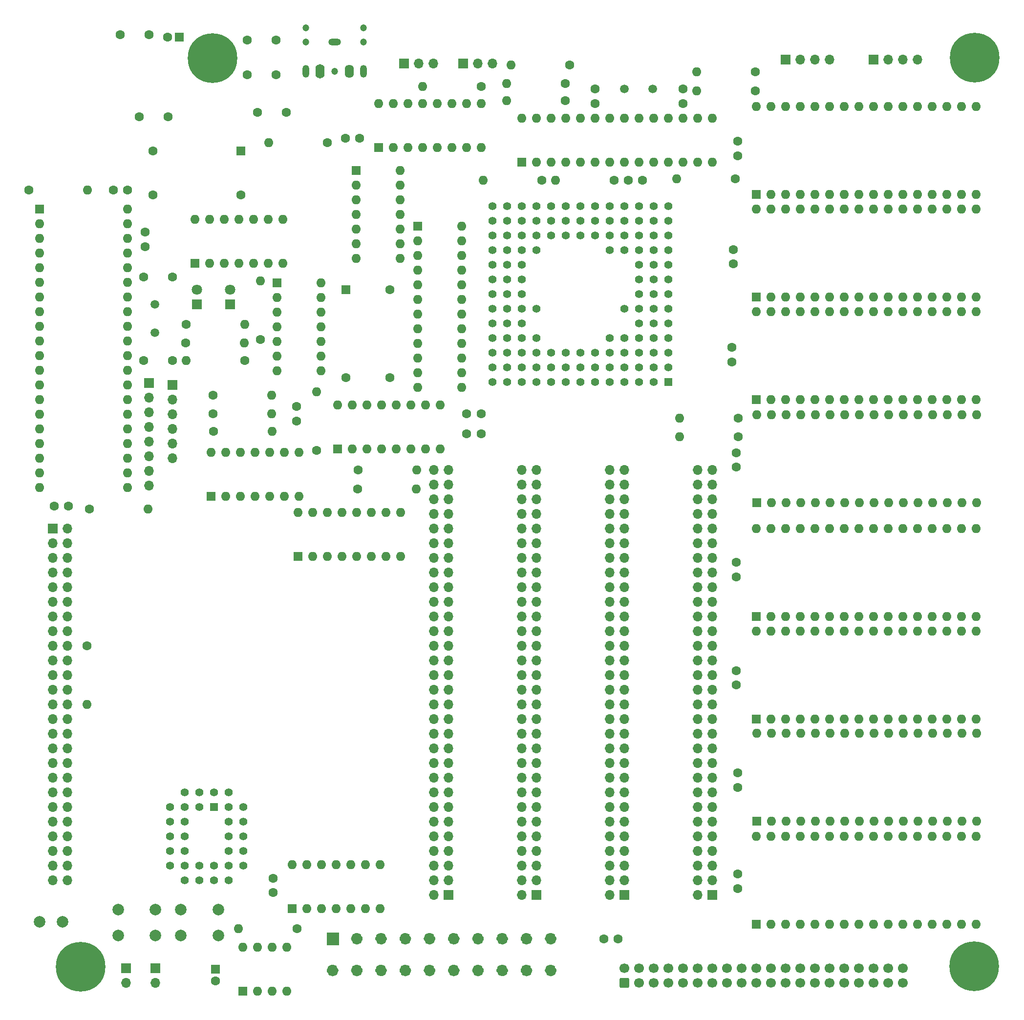
<source format=gbs>
%TF.GenerationSoftware,KiCad,Pcbnew,7.0.10*%
%TF.CreationDate,2024-01-19T17:16:02+02:00*%
%TF.ProjectId,jox030,6a6f7830-3330-42e6-9b69-6361645f7063,rev?*%
%TF.SameCoordinates,Original*%
%TF.FileFunction,Soldermask,Bot*%
%TF.FilePolarity,Negative*%
%FSLAX46Y46*%
G04 Gerber Fmt 4.6, Leading zero omitted, Abs format (unit mm)*
G04 Created by KiCad (PCBNEW 7.0.10) date 2024-01-19 17:16:02*
%MOMM*%
%LPD*%
G01*
G04 APERTURE LIST*
G04 Aperture macros list*
%AMRoundRect*
0 Rectangle with rounded corners*
0 $1 Rounding radius*
0 $2 $3 $4 $5 $6 $7 $8 $9 X,Y pos of 4 corners*
0 Add a 4 corners polygon primitive as box body*
4,1,4,$2,$3,$4,$5,$6,$7,$8,$9,$2,$3,0*
0 Add four circle primitives for the rounded corners*
1,1,$1+$1,$2,$3*
1,1,$1+$1,$4,$5*
1,1,$1+$1,$6,$7*
1,1,$1+$1,$8,$9*
0 Add four rect primitives between the rounded corners*
20,1,$1+$1,$2,$3,$4,$5,0*
20,1,$1+$1,$4,$5,$6,$7,0*
20,1,$1+$1,$6,$7,$8,$9,0*
20,1,$1+$1,$8,$9,$2,$3,0*%
G04 Aperture macros list end*
%ADD10C,1.026200*%
%ADD11C,0.010000*%
%ADD12C,1.500000*%
%ADD13C,1.600000*%
%ADD14R,1.700000X1.700000*%
%ADD15O,1.700000X1.700000*%
%ADD16R,1.600000X1.600000*%
%ADD17O,1.600000X1.600000*%
%ADD18R,1.397000X1.397000*%
%ADD19C,1.397000*%
%ADD20C,1.200000*%
%ADD21O,1.200000X2.200000*%
%ADD22O,1.600000X2.300000*%
%ADD23O,2.200000X1.200000*%
%ADD24O,1.600000X2.500000*%
%ADD25C,0.900000*%
%ADD26C,8.600000*%
%ADD27RoundRect,0.250000X0.600000X-0.600000X0.600000X0.600000X-0.600000X0.600000X-0.600000X-0.600000X0*%
%ADD28C,1.700000*%
%ADD29R,1.800000X1.800000*%
%ADD30C,1.800000*%
%ADD31C,2.000000*%
%ADD32C,1.422400*%
%ADD33R,1.422400X1.422400*%
G04 APERTURE END LIST*
D10*
%TO.C,J10*%
X69293100Y-178220000D02*
G75*
G03*
X68266900Y-178220000I-513100J0D01*
G01*
X68266900Y-178220000D02*
G75*
G03*
X69293100Y-178220000I513100J0D01*
G01*
X73493100Y-172720000D02*
G75*
G03*
X72466900Y-172720000I-513100J0D01*
G01*
X72466900Y-172720000D02*
G75*
G03*
X73493100Y-172720000I513100J0D01*
G01*
X73493100Y-178220000D02*
G75*
G03*
X72466900Y-178220000I-513100J0D01*
G01*
X72466900Y-178220000D02*
G75*
G03*
X73493100Y-178220000I513100J0D01*
G01*
X77693100Y-172720000D02*
G75*
G03*
X76666900Y-172720000I-513100J0D01*
G01*
X76666900Y-172720000D02*
G75*
G03*
X77693100Y-172720000I513100J0D01*
G01*
X77693100Y-178220000D02*
G75*
G03*
X76666900Y-178220000I-513100J0D01*
G01*
X76666900Y-178220000D02*
G75*
G03*
X77693100Y-178220000I513100J0D01*
G01*
X81893100Y-172720000D02*
G75*
G03*
X80866900Y-172720000I-513100J0D01*
G01*
X80866900Y-172720000D02*
G75*
G03*
X81893100Y-172720000I513100J0D01*
G01*
X81893100Y-178220000D02*
G75*
G03*
X80866900Y-178220000I-513100J0D01*
G01*
X80866900Y-178220000D02*
G75*
G03*
X81893100Y-178220000I513100J0D01*
G01*
X86093100Y-172720000D02*
G75*
G03*
X85066900Y-172720000I-513100J0D01*
G01*
X85066900Y-172720000D02*
G75*
G03*
X86093100Y-172720000I513100J0D01*
G01*
X86093100Y-178220000D02*
G75*
G03*
X85066900Y-178220000I-513100J0D01*
G01*
X85066900Y-178220000D02*
G75*
G03*
X86093100Y-178220000I513100J0D01*
G01*
X90293100Y-172720000D02*
G75*
G03*
X89266900Y-172720000I-513100J0D01*
G01*
X89266900Y-172720000D02*
G75*
G03*
X90293100Y-172720000I513100J0D01*
G01*
X90293100Y-178220000D02*
G75*
G03*
X89266900Y-178220000I-513100J0D01*
G01*
X89266900Y-178220000D02*
G75*
G03*
X90293100Y-178220000I513100J0D01*
G01*
X94493100Y-172720000D02*
G75*
G03*
X93466900Y-172720000I-513100J0D01*
G01*
X93466900Y-172720000D02*
G75*
G03*
X94493100Y-172720000I513100J0D01*
G01*
X94493100Y-178220000D02*
G75*
G03*
X93466900Y-178220000I-513100J0D01*
G01*
X93466900Y-178220000D02*
G75*
G03*
X94493100Y-178220000I513100J0D01*
G01*
X98693100Y-172720000D02*
G75*
G03*
X97666900Y-172720000I-513100J0D01*
G01*
X97666900Y-172720000D02*
G75*
G03*
X98693100Y-172720000I513100J0D01*
G01*
X98693100Y-178220000D02*
G75*
G03*
X97666900Y-178220000I-513100J0D01*
G01*
X97666900Y-178220000D02*
G75*
G03*
X98693100Y-178220000I513100J0D01*
G01*
X102893100Y-172720000D02*
G75*
G03*
X101866900Y-172720000I-513100J0D01*
G01*
X101866900Y-172720000D02*
G75*
G03*
X102893100Y-172720000I513100J0D01*
G01*
X102893100Y-178220000D02*
G75*
G03*
X101866900Y-178220000I-513100J0D01*
G01*
X101866900Y-178220000D02*
G75*
G03*
X102893100Y-178220000I513100J0D01*
G01*
X107093100Y-172720000D02*
G75*
G03*
X106066900Y-172720000I-513100J0D01*
G01*
X106066900Y-172720000D02*
G75*
G03*
X107093100Y-172720000I513100J0D01*
G01*
X107093100Y-178220000D02*
G75*
G03*
X106066900Y-178220000I-513100J0D01*
G01*
X106066900Y-178220000D02*
G75*
G03*
X107093100Y-178220000I513100J0D01*
G01*
D11*
X69806200Y-173746200D02*
X67753800Y-173746200D01*
X67753800Y-171693800D01*
X69806200Y-171693800D01*
X69806200Y-173746200D01*
G36*
X69806200Y-173746200D02*
G01*
X67753800Y-173746200D01*
X67753800Y-171693800D01*
X69806200Y-171693800D01*
X69806200Y-173746200D01*
G37*
%TD*%
D12*
%TO.C,Y1*%
X38000000Y-62800000D03*
X38000000Y-67700000D03*
%TD*%
D13*
%TO.C,C32*%
X20500000Y-97750000D03*
X23000000Y-97750000D03*
%TD*%
D14*
%TO.C,J14*%
X33020000Y-177800000D03*
D15*
X33020000Y-180340000D03*
%TD*%
D16*
%TO.C,U16*%
X18010000Y-46230000D03*
D17*
X18010000Y-48770000D03*
X18010000Y-51310000D03*
X18010000Y-53850000D03*
X18010000Y-56390000D03*
X18010000Y-58930000D03*
X18010000Y-61470000D03*
X18010000Y-64010000D03*
X18010000Y-66550000D03*
X18010000Y-69090000D03*
X18010000Y-71630000D03*
X18010000Y-74170000D03*
X18010000Y-76710000D03*
X18010000Y-79250000D03*
X18010000Y-81790000D03*
X18010000Y-84330000D03*
X18010000Y-86870000D03*
X18010000Y-89410000D03*
X18010000Y-91950000D03*
X18010000Y-94490000D03*
X33250000Y-94490000D03*
X33250000Y-91950000D03*
X33250000Y-89410000D03*
X33250000Y-86870000D03*
X33250000Y-84330000D03*
X33250000Y-81790000D03*
X33250000Y-79250000D03*
X33250000Y-76710000D03*
X33250000Y-74170000D03*
X33250000Y-71630000D03*
X33250000Y-69090000D03*
X33250000Y-66550000D03*
X33250000Y-64010000D03*
X33250000Y-61470000D03*
X33250000Y-58930000D03*
X33250000Y-56390000D03*
X33250000Y-53850000D03*
X33250000Y-51310000D03*
X33250000Y-48770000D03*
X33250000Y-46230000D03*
%TD*%
D16*
%TO.C,U22*%
X83500000Y-49220000D03*
D17*
X83500000Y-51760000D03*
X83500000Y-54300000D03*
X83500000Y-56840000D03*
X83500000Y-59380000D03*
X83500000Y-61920000D03*
X83500000Y-64460000D03*
X83500000Y-67000000D03*
X83500000Y-69540000D03*
X83500000Y-72080000D03*
X83500000Y-74620000D03*
X83500000Y-77160000D03*
X91120000Y-77160000D03*
X91120000Y-74620000D03*
X91120000Y-72080000D03*
X91120000Y-69540000D03*
X91120000Y-67000000D03*
X91120000Y-64460000D03*
X91120000Y-61920000D03*
X91120000Y-59380000D03*
X91120000Y-56840000D03*
X91120000Y-54300000D03*
X91120000Y-51760000D03*
X91120000Y-49220000D03*
%TD*%
D13*
%TO.C,R16*%
X138580000Y-41000000D03*
D17*
X128420000Y-41000000D03*
%TD*%
D13*
%TO.C,C12*%
X59015000Y-16941800D03*
X54015000Y-16941800D03*
%TD*%
%TO.C,C21*%
X138750000Y-128750000D03*
X138750000Y-126250000D03*
%TD*%
D16*
%TO.C,U17*%
X47696200Y-96052800D03*
D17*
X50236200Y-96052800D03*
X52776200Y-96052800D03*
X55316200Y-96052800D03*
X57856200Y-96052800D03*
X60396200Y-96052800D03*
X62936200Y-96052800D03*
X62936200Y-88432800D03*
X60396200Y-88432800D03*
X57856200Y-88432800D03*
X55316200Y-88432800D03*
X52776200Y-88432800D03*
X50236200Y-88432800D03*
X47696200Y-88432800D03*
%TD*%
D13*
%TO.C,R6*%
X109080000Y-27500000D03*
D17*
X98920000Y-27500000D03*
%TD*%
D13*
%TO.C,C5*%
X129540000Y-25440000D03*
X129540000Y-27940000D03*
%TD*%
D14*
%TO.C,J9*%
X134620000Y-165100000D03*
D15*
X132080000Y-165100000D03*
X134620000Y-162560000D03*
X132080000Y-162560000D03*
X134620000Y-160020000D03*
X132080000Y-160020000D03*
X134620000Y-157480000D03*
X132080000Y-157480000D03*
X134620000Y-154940000D03*
X132080000Y-154940000D03*
X134620000Y-152400000D03*
X132080000Y-152400000D03*
X134620000Y-149860000D03*
X132080000Y-149860000D03*
X134620000Y-147320000D03*
X132080000Y-147320000D03*
X134620000Y-144780000D03*
X132080000Y-144780000D03*
X134620000Y-142240000D03*
X132080000Y-142240000D03*
X134620000Y-139700000D03*
X132080000Y-139700000D03*
X134620000Y-137160000D03*
X132080000Y-137160000D03*
X134620000Y-134620000D03*
X132080000Y-134620000D03*
X134620000Y-132080000D03*
X132080000Y-132080000D03*
X134620000Y-129540000D03*
X132080000Y-129540000D03*
X134620000Y-127000000D03*
X132080000Y-127000000D03*
X134620000Y-124460000D03*
X132080000Y-124460000D03*
X134620000Y-121920000D03*
X132080000Y-121920000D03*
X134620000Y-119380000D03*
X132080000Y-119380000D03*
X134620000Y-116840000D03*
X132080000Y-116840000D03*
X134620000Y-114300000D03*
X132080000Y-114300000D03*
X134620000Y-111760000D03*
X132080000Y-111760000D03*
X134620000Y-109220000D03*
X132080000Y-109220000D03*
X134620000Y-106680000D03*
X132080000Y-106680000D03*
X134620000Y-104140000D03*
X132080000Y-104140000D03*
X134620000Y-101600000D03*
X132080000Y-101600000D03*
X134620000Y-99060000D03*
X132080000Y-99060000D03*
X134620000Y-96520000D03*
X132080000Y-96520000D03*
X134620000Y-93980000D03*
X132080000Y-93980000D03*
X134620000Y-91440000D03*
X132080000Y-91440000D03*
%TD*%
D13*
%TO.C,C30*%
X71000000Y-34000000D03*
X73500000Y-34000000D03*
%TD*%
D18*
%TO.C,U1*%
X127000000Y-76200000D03*
D19*
X124460000Y-76200000D03*
X121920000Y-76200000D03*
X119380000Y-76200000D03*
X116840000Y-76200000D03*
X114300000Y-76200000D03*
X111760000Y-76200000D03*
X109220000Y-76200000D03*
X106680000Y-76200000D03*
X104140000Y-76200000D03*
X101600000Y-76200000D03*
X99060000Y-76200000D03*
X96520000Y-76200000D03*
X127000000Y-73660000D03*
X124460000Y-73660000D03*
X121920000Y-73660000D03*
X119380000Y-73660000D03*
X116840000Y-73660000D03*
X114300000Y-73660000D03*
X111760000Y-73660000D03*
X109220000Y-73660000D03*
X106680000Y-73660000D03*
X104140000Y-73660000D03*
X101600000Y-73660000D03*
X99060000Y-73660000D03*
X96520000Y-73660000D03*
X127000000Y-71120000D03*
X124460000Y-71120000D03*
X121920000Y-71120000D03*
X119380000Y-71120000D03*
X116840000Y-71120000D03*
X114300000Y-71120000D03*
X111760000Y-71120000D03*
X109220000Y-71120000D03*
X106680000Y-71120000D03*
X104140000Y-71120000D03*
X101600000Y-71120000D03*
X99060000Y-71120000D03*
X96520000Y-71120000D03*
X127000000Y-68580000D03*
X124460000Y-68580000D03*
X121920000Y-68580000D03*
X119380000Y-68580000D03*
X116840000Y-68580000D03*
X104140000Y-68580000D03*
X101600000Y-68580000D03*
X99060000Y-68580000D03*
X96520000Y-68580000D03*
X127000000Y-66040000D03*
X124460000Y-66040000D03*
X121920000Y-66040000D03*
X101600000Y-66040000D03*
X99060000Y-66040000D03*
X96520000Y-66040000D03*
X127000000Y-63500000D03*
X124460000Y-63500000D03*
X121920000Y-63500000D03*
X119380000Y-63500000D03*
X104140000Y-63500000D03*
X101600000Y-63500000D03*
X99060000Y-63500000D03*
X96520000Y-63500000D03*
X127000000Y-60960000D03*
X124460000Y-60960000D03*
X121920000Y-60960000D03*
X101600000Y-60960000D03*
X99060000Y-60960000D03*
X96520000Y-60960000D03*
X127000000Y-58420000D03*
X124460000Y-58420000D03*
X121920000Y-58420000D03*
X101600000Y-58420000D03*
X99060000Y-58420000D03*
X96520000Y-58420000D03*
X127000000Y-55880000D03*
X124460000Y-55880000D03*
X121920000Y-55880000D03*
X101600000Y-55880000D03*
X99060000Y-55880000D03*
X96520000Y-55880000D03*
X127000000Y-53340000D03*
X124460000Y-53340000D03*
X121920000Y-53340000D03*
X119380000Y-53340000D03*
X116840000Y-53340000D03*
X104140000Y-53340000D03*
X101600000Y-53340000D03*
X99060000Y-53340000D03*
X96520000Y-53340000D03*
X127000000Y-50800000D03*
X124460000Y-50800000D03*
X121920000Y-50800000D03*
X119380000Y-50800000D03*
X116840000Y-50800000D03*
X114300000Y-50800000D03*
X111760000Y-50800000D03*
X109220000Y-50800000D03*
X106680000Y-50800000D03*
X104140000Y-50800000D03*
X101600000Y-50800000D03*
X99060000Y-50800000D03*
X96520000Y-50800000D03*
X127000000Y-48260000D03*
X124460000Y-48260000D03*
X121920000Y-48260000D03*
X119380000Y-48260000D03*
X116840000Y-48260000D03*
X114300000Y-48260000D03*
X111760000Y-48260000D03*
X109220000Y-48260000D03*
X106680000Y-48260000D03*
X104140000Y-48260000D03*
X101600000Y-48260000D03*
X99060000Y-48260000D03*
X96520000Y-48260000D03*
X127000000Y-45720000D03*
X124460000Y-45720000D03*
X121920000Y-45720000D03*
X119380000Y-45720000D03*
X116840000Y-45720000D03*
X114300000Y-45720000D03*
X111760000Y-45720000D03*
X109220000Y-45720000D03*
X106680000Y-45720000D03*
X104140000Y-45720000D03*
X101600000Y-45720000D03*
X99060000Y-45720000D03*
X96520000Y-45720000D03*
%TD*%
D13*
%TO.C,C3*%
X41000000Y-58000000D03*
X36000000Y-58000000D03*
%TD*%
%TO.C,R15*%
X139080000Y-85750000D03*
D17*
X128920000Y-85750000D03*
%TD*%
D20*
%TO.C,J11*%
X74138800Y-17348200D03*
X74138800Y-14848200D03*
X69138800Y-22348200D03*
X64138800Y-17348200D03*
X64138800Y-14848200D03*
D21*
X74138800Y-22348200D03*
D22*
X71638800Y-22348200D03*
D23*
X69138800Y-17348200D03*
D21*
X64138800Y-22348200D03*
D24*
X66638800Y-22348200D03*
%TD*%
D13*
%TO.C,C25*%
X36250000Y-52750000D03*
X36250000Y-50250000D03*
%TD*%
D16*
%TO.C,U10*%
X142296000Y-97136000D03*
D17*
X144836000Y-97136000D03*
X147376000Y-97136000D03*
X149916000Y-97136000D03*
X152456000Y-97136000D03*
X154996000Y-97136000D03*
X157536000Y-97136000D03*
X160076000Y-97136000D03*
X162616000Y-97136000D03*
X165156000Y-97136000D03*
X167696000Y-97136000D03*
X170236000Y-97136000D03*
X172776000Y-97136000D03*
X175316000Y-97136000D03*
X177856000Y-97136000D03*
X180396000Y-97136000D03*
X180396000Y-81896000D03*
X177856000Y-81896000D03*
X175316000Y-81896000D03*
X172776000Y-81896000D03*
X170236000Y-81896000D03*
X167696000Y-81896000D03*
X165156000Y-81896000D03*
X162616000Y-81896000D03*
X160076000Y-81896000D03*
X157536000Y-81896000D03*
X154996000Y-81896000D03*
X152456000Y-81896000D03*
X149916000Y-81896000D03*
X147376000Y-81896000D03*
X144836000Y-81896000D03*
X142296000Y-81896000D03*
%TD*%
D25*
%TO.C,H2*%
X44769600Y-20069600D03*
X45714181Y-17789181D03*
X45714181Y-22350019D03*
X47994600Y-16844600D03*
D26*
X47994600Y-20069600D03*
D25*
X47994600Y-23294600D03*
X50275019Y-17789181D03*
X50275019Y-22350019D03*
X51219600Y-20069600D03*
%TD*%
D16*
%TO.C,U4*%
X72872600Y-39573200D03*
D17*
X72872600Y-42113200D03*
X72872600Y-44653200D03*
X72872600Y-47193200D03*
X72872600Y-49733200D03*
X72872600Y-52273200D03*
X72872600Y-54813200D03*
X80492600Y-54813200D03*
X80492600Y-52273200D03*
X80492600Y-49733200D03*
X80492600Y-47193200D03*
X80492600Y-44653200D03*
X80492600Y-42113200D03*
X80492600Y-39573200D03*
%TD*%
D13*
%TO.C,R25*%
X66000000Y-88080000D03*
D17*
X66000000Y-77920000D03*
%TD*%
D13*
%TO.C,R1*%
X62580000Y-171000000D03*
D17*
X52420000Y-171000000D03*
%TD*%
D13*
%TO.C,C20*%
X138750000Y-91000000D03*
X138750000Y-88500000D03*
%TD*%
%TO.C,R17*%
X73090000Y-94750000D03*
D17*
X83250000Y-94750000D03*
%TD*%
D13*
%TO.C,C2*%
X41000000Y-72500000D03*
X36000000Y-72500000D03*
%TD*%
%TO.C,R20*%
X56250000Y-68830000D03*
D17*
X56250000Y-58670000D03*
%TD*%
D13*
%TO.C,C27*%
X138250000Y-55750000D03*
X138250000Y-53250000D03*
%TD*%
D16*
%TO.C,U23*%
X101600000Y-38100000D03*
D17*
X104140000Y-38100000D03*
X106680000Y-38100000D03*
X109220000Y-38100000D03*
X111760000Y-38100000D03*
X114300000Y-38100000D03*
X116840000Y-38100000D03*
X119380000Y-38100000D03*
X121920000Y-38100000D03*
X124460000Y-38100000D03*
X127000000Y-38100000D03*
X129540000Y-38100000D03*
X132080000Y-38100000D03*
X134620000Y-38100000D03*
X134620000Y-30480000D03*
X132080000Y-30480000D03*
X129540000Y-30480000D03*
X127000000Y-30480000D03*
X124460000Y-30480000D03*
X121920000Y-30480000D03*
X119380000Y-30480000D03*
X116840000Y-30480000D03*
X114300000Y-30480000D03*
X111760000Y-30480000D03*
X109220000Y-30480000D03*
X106680000Y-30480000D03*
X104140000Y-30480000D03*
X101600000Y-30480000D03*
%TD*%
D13*
%TO.C,R24*%
X43420000Y-66250000D03*
D17*
X53580000Y-66250000D03*
%TD*%
D13*
%TO.C,C24*%
X118250000Y-172750000D03*
X115750000Y-172750000D03*
%TD*%
D17*
%TO.C,U7*%
X142296000Y-137096000D03*
X144836000Y-137096000D03*
X147376000Y-137096000D03*
X149916000Y-137096000D03*
X152456000Y-137096000D03*
X154996000Y-137096000D03*
X157536000Y-137096000D03*
X160076000Y-137096000D03*
X162616000Y-137096000D03*
X165156000Y-137096000D03*
X167696000Y-137096000D03*
X170236000Y-137096000D03*
X172776000Y-137096000D03*
X175316000Y-137096000D03*
X177856000Y-137096000D03*
X180396000Y-137096000D03*
X180396000Y-152336000D03*
X177856000Y-152336000D03*
X175316000Y-152336000D03*
X172776000Y-152336000D03*
X170236000Y-152336000D03*
X167696000Y-152336000D03*
X165156000Y-152336000D03*
X162616000Y-152336000D03*
X160076000Y-152336000D03*
X157536000Y-152336000D03*
X154996000Y-152336000D03*
X152456000Y-152336000D03*
X149916000Y-152336000D03*
X147376000Y-152336000D03*
X144836000Y-152336000D03*
D16*
X142296000Y-152336000D03*
%TD*%
D27*
%TO.C,J5*%
X119380000Y-180340000D03*
D28*
X119380000Y-177800000D03*
X121920000Y-180340000D03*
X121920000Y-177800000D03*
X124460000Y-180340000D03*
X124460000Y-177800000D03*
X127000000Y-180340000D03*
X127000000Y-177800000D03*
X129540000Y-180340000D03*
X129540000Y-177800000D03*
X132080000Y-180340000D03*
X132080000Y-177800000D03*
X134620000Y-180340000D03*
X134620000Y-177800000D03*
X137160000Y-180340000D03*
X137160000Y-177800000D03*
X139700000Y-180340000D03*
X139700000Y-177800000D03*
X142240000Y-180340000D03*
X142240000Y-177800000D03*
X144780000Y-180340000D03*
X144780000Y-177800000D03*
X147320000Y-180340000D03*
X147320000Y-177800000D03*
X149860000Y-180340000D03*
X149860000Y-177800000D03*
X152400000Y-180340000D03*
X152400000Y-177800000D03*
X154940000Y-180340000D03*
X154940000Y-177800000D03*
X157480000Y-180340000D03*
X157480000Y-177800000D03*
X160020000Y-180340000D03*
X160020000Y-177800000D03*
X162560000Y-180340000D03*
X162560000Y-177800000D03*
X165100000Y-180340000D03*
X165100000Y-177800000D03*
X167640000Y-180340000D03*
X167640000Y-177800000D03*
%TD*%
D13*
%TO.C,C29*%
X122500000Y-41250000D03*
X120000000Y-41250000D03*
%TD*%
D25*
%TO.C,H1*%
X176869600Y-20044600D03*
X177814181Y-17764181D03*
X177814181Y-22325019D03*
X180094600Y-16819600D03*
D26*
X180094600Y-20044600D03*
D25*
X180094600Y-23269600D03*
X182375019Y-17764181D03*
X182375019Y-22325019D03*
X183319600Y-20044600D03*
%TD*%
D16*
%TO.C,U2*%
X53200000Y-181800000D03*
D17*
X55740000Y-181800000D03*
X58280000Y-181800000D03*
X60820000Y-181800000D03*
X60820000Y-174180000D03*
X58280000Y-174180000D03*
X55740000Y-174180000D03*
X53200000Y-174180000D03*
%TD*%
D16*
%TO.C,U20*%
X44927600Y-55666800D03*
D17*
X47467600Y-55666800D03*
X50007600Y-55666800D03*
X52547600Y-55666800D03*
X55087600Y-55666800D03*
X57627600Y-55666800D03*
X60167600Y-55666800D03*
X60167600Y-48046800D03*
X57627600Y-48046800D03*
X55087600Y-48046800D03*
X52547600Y-48046800D03*
X50007600Y-48046800D03*
X47467600Y-48046800D03*
X44927600Y-48046800D03*
%TD*%
D16*
%TO.C,U13*%
X142240000Y-43688000D03*
D17*
X144780000Y-43688000D03*
X147320000Y-43688000D03*
X149860000Y-43688000D03*
X152400000Y-43688000D03*
X154940000Y-43688000D03*
X157480000Y-43688000D03*
X160020000Y-43688000D03*
X162560000Y-43688000D03*
X165100000Y-43688000D03*
X167640000Y-43688000D03*
X170180000Y-43688000D03*
X172720000Y-43688000D03*
X175260000Y-43688000D03*
X177800000Y-43688000D03*
X180340000Y-43688000D03*
X180340000Y-28448000D03*
X177800000Y-28448000D03*
X175260000Y-28448000D03*
X172720000Y-28448000D03*
X170180000Y-28448000D03*
X167640000Y-28448000D03*
X165100000Y-28448000D03*
X162560000Y-28448000D03*
X160020000Y-28448000D03*
X157480000Y-28448000D03*
X154940000Y-28448000D03*
X152400000Y-28448000D03*
X149860000Y-28448000D03*
X147320000Y-28448000D03*
X144780000Y-28448000D03*
X142240000Y-28448000D03*
%TD*%
D13*
%TO.C,C23*%
X139000000Y-164000000D03*
X139000000Y-161500000D03*
%TD*%
%TO.C,C35*%
X92000000Y-85250000D03*
X94500000Y-85250000D03*
%TD*%
%TO.C,R9*%
X26670000Y-98250000D03*
D17*
X36830000Y-98250000D03*
%TD*%
D13*
%TO.C,C19*%
X138750000Y-110000000D03*
X138750000Y-107500000D03*
%TD*%
D17*
%TO.C,R21*%
X58250000Y-78500000D03*
D13*
X48090000Y-78500000D03*
%TD*%
D16*
%TO.C,X2*%
X52870000Y-36190000D03*
D13*
X37630000Y-36190000D03*
X37630000Y-43810000D03*
X52870000Y-43810000D03*
%TD*%
%TO.C,C22*%
X139000000Y-146500000D03*
X139000000Y-144000000D03*
%TD*%
%TO.C,C34*%
X92000000Y-81700000D03*
X94500000Y-81700000D03*
%TD*%
D25*
%TO.C,H4*%
X21900000Y-177550000D03*
X22844581Y-175269581D03*
X22844581Y-179830419D03*
X25125000Y-174325000D03*
D26*
X25125000Y-177550000D03*
D25*
X25125000Y-180775000D03*
X27405419Y-175269581D03*
X27405419Y-179830419D03*
X28350000Y-177550000D03*
%TD*%
D13*
%TO.C,R10*%
X94580000Y-25000000D03*
D17*
X84420000Y-25000000D03*
%TD*%
D16*
%TO.C,U11*%
X142240000Y-79248000D03*
D17*
X144780000Y-79248000D03*
X147320000Y-79248000D03*
X149860000Y-79248000D03*
X152400000Y-79248000D03*
X154940000Y-79248000D03*
X157480000Y-79248000D03*
X160020000Y-79248000D03*
X162560000Y-79248000D03*
X165100000Y-79248000D03*
X167640000Y-79248000D03*
X170180000Y-79248000D03*
X172720000Y-79248000D03*
X175260000Y-79248000D03*
X177800000Y-79248000D03*
X180340000Y-79248000D03*
X180340000Y-64008000D03*
X177800000Y-64008000D03*
X175260000Y-64008000D03*
X172720000Y-64008000D03*
X170180000Y-64008000D03*
X167640000Y-64008000D03*
X165100000Y-64008000D03*
X162560000Y-64008000D03*
X160020000Y-64008000D03*
X157480000Y-64008000D03*
X154940000Y-64008000D03*
X152400000Y-64008000D03*
X149860000Y-64008000D03*
X147320000Y-64008000D03*
X144780000Y-64008000D03*
X142240000Y-64008000D03*
%TD*%
D29*
%TO.C,D1*%
X51000000Y-62790000D03*
D30*
X51000000Y-60250000D03*
%TD*%
D13*
%TO.C,C28*%
X139000000Y-37000000D03*
X139000000Y-34500000D03*
%TD*%
D14*
%TO.C,J12*%
X147320000Y-20320000D03*
D15*
X149860000Y-20320000D03*
X152400000Y-20320000D03*
X154940000Y-20320000D03*
%TD*%
D14*
%TO.C,J8*%
X119380000Y-165100000D03*
D15*
X116840000Y-165100000D03*
X119380000Y-162560000D03*
X116840000Y-162560000D03*
X119380000Y-160020000D03*
X116840000Y-160020000D03*
X119380000Y-157480000D03*
X116840000Y-157480000D03*
X119380000Y-154940000D03*
X116840000Y-154940000D03*
X119380000Y-152400000D03*
X116840000Y-152400000D03*
X119380000Y-149860000D03*
X116840000Y-149860000D03*
X119380000Y-147320000D03*
X116840000Y-147320000D03*
X119380000Y-144780000D03*
X116840000Y-144780000D03*
X119380000Y-142240000D03*
X116840000Y-142240000D03*
X119380000Y-139700000D03*
X116840000Y-139700000D03*
X119380000Y-137160000D03*
X116840000Y-137160000D03*
X119380000Y-134620000D03*
X116840000Y-134620000D03*
X119380000Y-132080000D03*
X116840000Y-132080000D03*
X119380000Y-129540000D03*
X116840000Y-129540000D03*
X119380000Y-127000000D03*
X116840000Y-127000000D03*
X119380000Y-124460000D03*
X116840000Y-124460000D03*
X119380000Y-121920000D03*
X116840000Y-121920000D03*
X119380000Y-119380000D03*
X116840000Y-119380000D03*
X119380000Y-116840000D03*
X116840000Y-116840000D03*
X119380000Y-114300000D03*
X116840000Y-114300000D03*
X119380000Y-111760000D03*
X116840000Y-111760000D03*
X119380000Y-109220000D03*
X116840000Y-109220000D03*
X119380000Y-106680000D03*
X116840000Y-106680000D03*
X119380000Y-104140000D03*
X116840000Y-104140000D03*
X119380000Y-101600000D03*
X116840000Y-101600000D03*
X119380000Y-99060000D03*
X116840000Y-99060000D03*
X119380000Y-96520000D03*
X116840000Y-96520000D03*
X119380000Y-93980000D03*
X116840000Y-93980000D03*
X119380000Y-91440000D03*
X116840000Y-91440000D03*
%TD*%
D13*
%TO.C,R3*%
X142080000Y-22500000D03*
D17*
X131920000Y-22500000D03*
%TD*%
D13*
%TO.C,R12*%
X117580000Y-41250000D03*
D17*
X107420000Y-41250000D03*
%TD*%
D16*
%TO.C,C1*%
X48500000Y-178000000D03*
D13*
X48500000Y-180000000D03*
%TD*%
%TO.C,R13*%
X105080000Y-41250000D03*
D17*
X94920000Y-41250000D03*
%TD*%
D13*
%TO.C,R7*%
X67830000Y-34750000D03*
D17*
X57670000Y-34750000D03*
%TD*%
D16*
%TO.C,C7*%
X42205100Y-16500000D03*
D13*
X40205100Y-16500000D03*
%TD*%
D16*
%TO.C,U6*%
X142240000Y-170180000D03*
D17*
X144780000Y-170180000D03*
X147320000Y-170180000D03*
X149860000Y-170180000D03*
X152400000Y-170180000D03*
X154940000Y-170180000D03*
X157480000Y-170180000D03*
X160020000Y-170180000D03*
X162560000Y-170180000D03*
X165100000Y-170180000D03*
X167640000Y-170180000D03*
X170180000Y-170180000D03*
X172720000Y-170180000D03*
X175260000Y-170180000D03*
X177800000Y-170180000D03*
X180340000Y-170180000D03*
X180340000Y-154940000D03*
X177800000Y-154940000D03*
X175260000Y-154940000D03*
X172720000Y-154940000D03*
X170180000Y-154940000D03*
X167640000Y-154940000D03*
X165100000Y-154940000D03*
X162560000Y-154940000D03*
X160020000Y-154940000D03*
X157480000Y-154940000D03*
X154940000Y-154940000D03*
X152400000Y-154940000D03*
X149860000Y-154940000D03*
X147320000Y-154940000D03*
X144780000Y-154940000D03*
X142240000Y-154940000D03*
%TD*%
D13*
%TO.C,C16*%
X35250000Y-30250000D03*
X40250000Y-30250000D03*
%TD*%
D25*
%TO.C,H3*%
X176744600Y-177519600D03*
X177689181Y-175239181D03*
X177689181Y-179800019D03*
X179969600Y-174294600D03*
D26*
X179969600Y-177519600D03*
D25*
X179969600Y-180744600D03*
X182250019Y-175239181D03*
X182250019Y-179800019D03*
X183194600Y-177519600D03*
%TD*%
D13*
%TO.C,C31*%
X62500000Y-80500000D03*
X62500000Y-83000000D03*
%TD*%
%TO.C,R33*%
X43340000Y-69500000D03*
D17*
X53500000Y-69500000D03*
%TD*%
D29*
%TO.C,D2*%
X45250000Y-62775000D03*
D30*
X45250000Y-60235000D03*
%TD*%
D14*
%TO.C,J6*%
X88900000Y-165100000D03*
D15*
X86360000Y-165100000D03*
X88900000Y-162560000D03*
X86360000Y-162560000D03*
X88900000Y-160020000D03*
X86360000Y-160020000D03*
X88900000Y-157480000D03*
X86360000Y-157480000D03*
X88900000Y-154940000D03*
X86360000Y-154940000D03*
X88900000Y-152400000D03*
X86360000Y-152400000D03*
X88900000Y-149860000D03*
X86360000Y-149860000D03*
X88900000Y-147320000D03*
X86360000Y-147320000D03*
X88900000Y-144780000D03*
X86360000Y-144780000D03*
X88900000Y-142240000D03*
X86360000Y-142240000D03*
X88900000Y-139700000D03*
X86360000Y-139700000D03*
X88900000Y-137160000D03*
X86360000Y-137160000D03*
X88900000Y-134620000D03*
X86360000Y-134620000D03*
X88900000Y-132080000D03*
X86360000Y-132080000D03*
X88900000Y-129540000D03*
X86360000Y-129540000D03*
X88900000Y-127000000D03*
X86360000Y-127000000D03*
X88900000Y-124460000D03*
X86360000Y-124460000D03*
X88900000Y-121920000D03*
X86360000Y-121920000D03*
X88900000Y-119380000D03*
X86360000Y-119380000D03*
X88900000Y-116840000D03*
X86360000Y-116840000D03*
X88900000Y-114300000D03*
X86360000Y-114300000D03*
X88900000Y-111760000D03*
X86360000Y-111760000D03*
X88900000Y-109220000D03*
X86360000Y-109220000D03*
X88900000Y-106680000D03*
X86360000Y-106680000D03*
X88900000Y-104140000D03*
X86360000Y-104140000D03*
X88900000Y-101600000D03*
X86360000Y-101600000D03*
X88900000Y-99060000D03*
X86360000Y-99060000D03*
X88900000Y-96520000D03*
X86360000Y-96520000D03*
X88900000Y-93980000D03*
X86360000Y-93980000D03*
X88900000Y-91440000D03*
X86360000Y-91440000D03*
%TD*%
D13*
%TO.C,R5*%
X109080000Y-24500000D03*
D17*
X98920000Y-24500000D03*
%TD*%
D14*
%TO.C,J13*%
X162560000Y-20320000D03*
D15*
X165100000Y-20320000D03*
X167640000Y-20320000D03*
X170180000Y-20320000D03*
%TD*%
D31*
%TO.C,COLDRST1*%
X42470000Y-167640000D03*
X48970000Y-167640000D03*
X42470000Y-172140000D03*
X48970000Y-172140000D03*
%TD*%
D14*
%TO.C,J3*%
X81170000Y-21000000D03*
D15*
X83710000Y-21000000D03*
X86250000Y-21000000D03*
%TD*%
D16*
%TO.C,U9*%
X142240000Y-116840000D03*
D17*
X144780000Y-116840000D03*
X147320000Y-116840000D03*
X149860000Y-116840000D03*
X152400000Y-116840000D03*
X154940000Y-116840000D03*
X157480000Y-116840000D03*
X160020000Y-116840000D03*
X162560000Y-116840000D03*
X165100000Y-116840000D03*
X167640000Y-116840000D03*
X170180000Y-116840000D03*
X172720000Y-116840000D03*
X175260000Y-116840000D03*
X177800000Y-116840000D03*
X180340000Y-116840000D03*
X180340000Y-101600000D03*
X177800000Y-101600000D03*
X175260000Y-101600000D03*
X172720000Y-101600000D03*
X170180000Y-101600000D03*
X167640000Y-101600000D03*
X165100000Y-101600000D03*
X162560000Y-101600000D03*
X160020000Y-101600000D03*
X157480000Y-101600000D03*
X154940000Y-101600000D03*
X152400000Y-101600000D03*
X149860000Y-101600000D03*
X147320000Y-101600000D03*
X144780000Y-101600000D03*
X142240000Y-101600000D03*
%TD*%
D13*
%TO.C,R23*%
X48170000Y-84750000D03*
D17*
X58330000Y-84750000D03*
%TD*%
D16*
%TO.C,U12*%
X142240000Y-61468000D03*
D17*
X144780000Y-61468000D03*
X147320000Y-61468000D03*
X149860000Y-61468000D03*
X152400000Y-61468000D03*
X154940000Y-61468000D03*
X157480000Y-61468000D03*
X160020000Y-61468000D03*
X162560000Y-61468000D03*
X165100000Y-61468000D03*
X167640000Y-61468000D03*
X170180000Y-61468000D03*
X172720000Y-61468000D03*
X175260000Y-61468000D03*
X177800000Y-61468000D03*
X180340000Y-61468000D03*
X180340000Y-46228000D03*
X177800000Y-46228000D03*
X175260000Y-46228000D03*
X172720000Y-46228000D03*
X170180000Y-46228000D03*
X167640000Y-46228000D03*
X165100000Y-46228000D03*
X162560000Y-46228000D03*
X160020000Y-46228000D03*
X157480000Y-46228000D03*
X154940000Y-46228000D03*
X152400000Y-46228000D03*
X149860000Y-46228000D03*
X147320000Y-46228000D03*
X144780000Y-46228000D03*
X142240000Y-46228000D03*
%TD*%
D14*
%TO.C,PERPORT1*%
X20320000Y-101600000D03*
D15*
X22860000Y-101600000D03*
X20320000Y-104140000D03*
X22860000Y-104140000D03*
X20320000Y-106680000D03*
X22860000Y-106680000D03*
X20320000Y-109220000D03*
X22860000Y-109220000D03*
X20320000Y-111760000D03*
X22860000Y-111760000D03*
X20320000Y-114300000D03*
X22860000Y-114300000D03*
X20320000Y-116840000D03*
X22860000Y-116840000D03*
X20320000Y-119380000D03*
X22860000Y-119380000D03*
X20320000Y-121920000D03*
X22860000Y-121920000D03*
X20320000Y-124460000D03*
X22860000Y-124460000D03*
X20320000Y-127000000D03*
X22860000Y-127000000D03*
X20320000Y-129540000D03*
X22860000Y-129540000D03*
X20320000Y-132080000D03*
X22860000Y-132080000D03*
X20320000Y-134620000D03*
X22860000Y-134620000D03*
X20320000Y-137160000D03*
X22860000Y-137160000D03*
X20320000Y-139700000D03*
X22860000Y-139700000D03*
X20320000Y-142240000D03*
X22860000Y-142240000D03*
X20320000Y-144780000D03*
X22860000Y-144780000D03*
X20320000Y-147320000D03*
X22860000Y-147320000D03*
X20320000Y-149860000D03*
X22860000Y-149860000D03*
X20320000Y-152400000D03*
X22860000Y-152400000D03*
X20320000Y-154940000D03*
X22860000Y-154940000D03*
X20320000Y-157480000D03*
X22860000Y-157480000D03*
X20320000Y-160020000D03*
X22860000Y-160020000D03*
X20320000Y-162560000D03*
X22860000Y-162560000D03*
%TD*%
D14*
%TO.C,J7*%
X104140000Y-165100000D03*
D15*
X101600000Y-165100000D03*
X104140000Y-162560000D03*
X101600000Y-162560000D03*
X104140000Y-160020000D03*
X101600000Y-160020000D03*
X104140000Y-157480000D03*
X101600000Y-157480000D03*
X104140000Y-154940000D03*
X101600000Y-154940000D03*
X104140000Y-152400000D03*
X101600000Y-152400000D03*
X104140000Y-149860000D03*
X101600000Y-149860000D03*
X104140000Y-147320000D03*
X101600000Y-147320000D03*
X104140000Y-144780000D03*
X101600000Y-144780000D03*
X104140000Y-142240000D03*
X101600000Y-142240000D03*
X104140000Y-139700000D03*
X101600000Y-139700000D03*
X104140000Y-137160000D03*
X101600000Y-137160000D03*
X104140000Y-134620000D03*
X101600000Y-134620000D03*
X104140000Y-132080000D03*
X101600000Y-132080000D03*
X104140000Y-129540000D03*
X101600000Y-129540000D03*
X104140000Y-127000000D03*
X101600000Y-127000000D03*
X104140000Y-124460000D03*
X101600000Y-124460000D03*
X104140000Y-121920000D03*
X101600000Y-121920000D03*
X104140000Y-119380000D03*
X101600000Y-119380000D03*
X104140000Y-116840000D03*
X101600000Y-116840000D03*
X104140000Y-114300000D03*
X101600000Y-114300000D03*
X104140000Y-111760000D03*
X101600000Y-111760000D03*
X104140000Y-109220000D03*
X101600000Y-109220000D03*
X104140000Y-106680000D03*
X101600000Y-106680000D03*
X104140000Y-104140000D03*
X101600000Y-104140000D03*
X104140000Y-101600000D03*
X101600000Y-101600000D03*
X104140000Y-99060000D03*
X101600000Y-99060000D03*
X104140000Y-96520000D03*
X101600000Y-96520000D03*
X104140000Y-93980000D03*
X101600000Y-93980000D03*
X104140000Y-91440000D03*
X101600000Y-91440000D03*
%TD*%
D13*
%TO.C,R19*%
X73170000Y-91500000D03*
D17*
X83330000Y-91500000D03*
%TD*%
D13*
%TO.C,R11*%
X142080000Y-25750000D03*
D17*
X131920000Y-25750000D03*
%TD*%
D31*
%TO.C,L1*%
X18000000Y-169750000D03*
X22000000Y-169750000D03*
%TD*%
D13*
%TO.C,C33*%
X58500000Y-164750000D03*
X58500000Y-162250000D03*
%TD*%
%TO.C,R14*%
X139080000Y-82500000D03*
D17*
X128920000Y-82500000D03*
%TD*%
D14*
%TO.C,J15*%
X38100000Y-177800000D03*
D15*
X38100000Y-180340000D03*
%TD*%
D16*
%TO.C,X1*%
X71120000Y-60260000D03*
D13*
X71120000Y-75500000D03*
X78740000Y-75500000D03*
X78740000Y-60260000D03*
%TD*%
%TO.C,R18*%
X53580000Y-72500000D03*
D17*
X43420000Y-72500000D03*
%TD*%
D16*
%TO.C,U8*%
X142240000Y-134620000D03*
D17*
X144780000Y-134620000D03*
X147320000Y-134620000D03*
X149860000Y-134620000D03*
X152400000Y-134620000D03*
X154940000Y-134620000D03*
X157480000Y-134620000D03*
X160020000Y-134620000D03*
X162560000Y-134620000D03*
X165100000Y-134620000D03*
X167640000Y-134620000D03*
X170180000Y-134620000D03*
X172720000Y-134620000D03*
X175260000Y-134620000D03*
X177800000Y-134620000D03*
X180340000Y-134620000D03*
X180340000Y-119380000D03*
X177800000Y-119380000D03*
X175260000Y-119380000D03*
X172720000Y-119380000D03*
X170180000Y-119380000D03*
X167640000Y-119380000D03*
X165100000Y-119380000D03*
X162560000Y-119380000D03*
X160020000Y-119380000D03*
X157480000Y-119380000D03*
X154940000Y-119380000D03*
X152400000Y-119380000D03*
X149860000Y-119380000D03*
X147320000Y-119380000D03*
X144780000Y-119380000D03*
X142240000Y-119380000D03*
%TD*%
D13*
%TO.C,C17*%
X55750000Y-29500000D03*
X60750000Y-29500000D03*
%TD*%
D16*
%TO.C,U18*%
X69625000Y-87800000D03*
D17*
X72165000Y-87800000D03*
X74705000Y-87800000D03*
X77245000Y-87800000D03*
X79785000Y-87800000D03*
X82325000Y-87800000D03*
X84865000Y-87800000D03*
X87405000Y-87800000D03*
X87405000Y-80180000D03*
X84865000Y-80180000D03*
X82325000Y-80180000D03*
X79785000Y-80180000D03*
X77245000Y-80180000D03*
X74705000Y-80180000D03*
X72165000Y-80180000D03*
X69625000Y-80180000D03*
%TD*%
D13*
%TO.C,R2*%
X26250000Y-121920000D03*
D17*
X26250000Y-132080000D03*
%TD*%
D13*
%TO.C,C26*%
X138000000Y-72750000D03*
X138000000Y-70250000D03*
%TD*%
D14*
%TO.C,J1*%
X37000000Y-76420000D03*
D15*
X37000000Y-78960000D03*
X37000000Y-81500000D03*
X37000000Y-84040000D03*
X37000000Y-86580000D03*
X37000000Y-89120000D03*
X37000000Y-91660000D03*
X37000000Y-94200000D03*
%TD*%
D14*
%TO.C,J4*%
X91420000Y-21000000D03*
D15*
X93960000Y-21000000D03*
X96500000Y-21000000D03*
%TD*%
D12*
%TO.C,Y2*%
X124280000Y-25400000D03*
X119380000Y-25400000D03*
%TD*%
D16*
%TO.C,U3*%
X59130000Y-59010000D03*
D17*
X59130000Y-61550000D03*
X59130000Y-64090000D03*
X59130000Y-66630000D03*
X59130000Y-69170000D03*
X59130000Y-71710000D03*
X59130000Y-74250000D03*
X66750000Y-74250000D03*
X66750000Y-71710000D03*
X66750000Y-69170000D03*
X66750000Y-66630000D03*
X66750000Y-64090000D03*
X66750000Y-61550000D03*
X66750000Y-59010000D03*
%TD*%
D13*
%TO.C,C18*%
X33250000Y-43000000D03*
X30750000Y-43000000D03*
%TD*%
D16*
%TO.C,U19*%
X62788800Y-106502200D03*
D17*
X65328800Y-106502200D03*
X67868800Y-106502200D03*
X70408800Y-106502200D03*
X72948800Y-106502200D03*
X75488800Y-106502200D03*
X78028800Y-106502200D03*
X80568800Y-106502200D03*
X80568800Y-98882200D03*
X78028800Y-98882200D03*
X75488800Y-98882200D03*
X72948800Y-98882200D03*
X70408800Y-98882200D03*
X67868800Y-98882200D03*
X65328800Y-98882200D03*
X62788800Y-98882200D03*
%TD*%
D13*
%TO.C,C6*%
X32000000Y-16000000D03*
X37000000Y-16000000D03*
%TD*%
D16*
%TO.C,U5*%
X76720000Y-35620000D03*
D17*
X79260000Y-35620000D03*
X81800000Y-35620000D03*
X84340000Y-35620000D03*
X86880000Y-35620000D03*
X89420000Y-35620000D03*
X91960000Y-35620000D03*
X94500000Y-35620000D03*
X94500000Y-28000000D03*
X91960000Y-28000000D03*
X89420000Y-28000000D03*
X86880000Y-28000000D03*
X84340000Y-28000000D03*
X81800000Y-28000000D03*
X79260000Y-28000000D03*
X76720000Y-28000000D03*
%TD*%
D13*
%TO.C,C13*%
X59000000Y-23000000D03*
X54000000Y-23000000D03*
%TD*%
D32*
%TO.C,U14*%
X48260000Y-147320000D03*
X50800000Y-149860000D03*
X50800000Y-147320000D03*
X53340000Y-149860000D03*
X50800000Y-152400000D03*
X53340000Y-152400000D03*
X50800000Y-154940000D03*
X53340000Y-154940000D03*
X50800000Y-157480000D03*
X53340000Y-157480000D03*
X50800000Y-160020000D03*
X53340000Y-160020000D03*
X50800000Y-162560000D03*
X48260000Y-160020000D03*
X48260000Y-162560000D03*
X45720000Y-160020000D03*
X45720000Y-162560000D03*
X43180000Y-160020000D03*
X43180000Y-162560000D03*
X40640000Y-160020000D03*
X43180000Y-157480000D03*
X40640000Y-157480000D03*
X43180000Y-154940000D03*
X40640000Y-154940000D03*
X43180000Y-152400000D03*
X40640000Y-152400000D03*
X43180000Y-149860000D03*
X40640000Y-149860000D03*
X43180000Y-147320000D03*
X45720000Y-149860000D03*
X45720000Y-147320000D03*
D33*
X48260000Y-149860000D03*
%TD*%
D13*
%TO.C,C4*%
X114300000Y-25440000D03*
X114300000Y-27940000D03*
%TD*%
D17*
%TO.C,R8*%
X26330000Y-43000000D03*
D13*
X16170000Y-43000000D03*
%TD*%
%TO.C,R22*%
X48090000Y-81750000D03*
D17*
X58250000Y-81750000D03*
%TD*%
D13*
%TO.C,R4*%
X109830000Y-21250000D03*
D17*
X99670000Y-21250000D03*
%TD*%
D14*
%TO.C,J2*%
X41000000Y-76710000D03*
D15*
X41000000Y-79250000D03*
X41000000Y-81790000D03*
X41000000Y-84330000D03*
X41000000Y-86870000D03*
X41000000Y-89410000D03*
%TD*%
D16*
%TO.C,U15*%
X61800000Y-167500000D03*
D17*
X64340000Y-167500000D03*
X66880000Y-167500000D03*
X69420000Y-167500000D03*
X71960000Y-167500000D03*
X74500000Y-167500000D03*
X77040000Y-167500000D03*
X77040000Y-159880000D03*
X74500000Y-159880000D03*
X71960000Y-159880000D03*
X69420000Y-159880000D03*
X66880000Y-159880000D03*
X64340000Y-159880000D03*
X61800000Y-159880000D03*
%TD*%
D31*
%TO.C,RESET1*%
X31600000Y-167640000D03*
X38100000Y-167640000D03*
X31600000Y-172140000D03*
X38100000Y-172140000D03*
%TD*%
M02*

</source>
